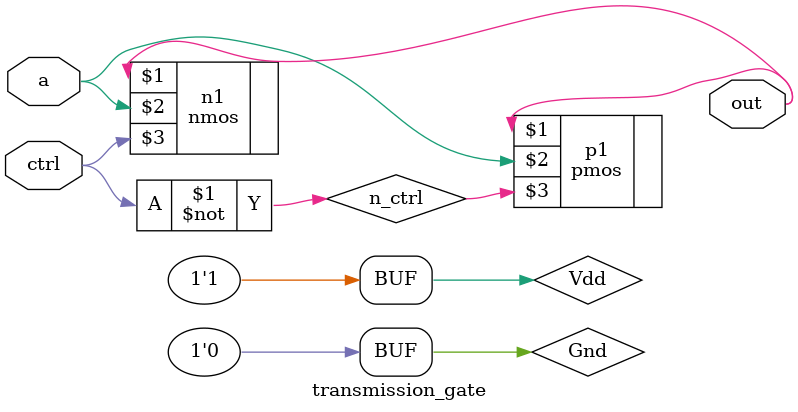
<source format=v>
`timescale 1ns / 1ps


module transmission_gate(output out, input a, ctrl);
wire c ;
supply1 Vdd;
supply0 Gnd;
not(n_ctrl, ctrl); 
pmos p1(out, a, n_ctrl);
nmos n1(out, a, ctrl);
endmodule

</source>
